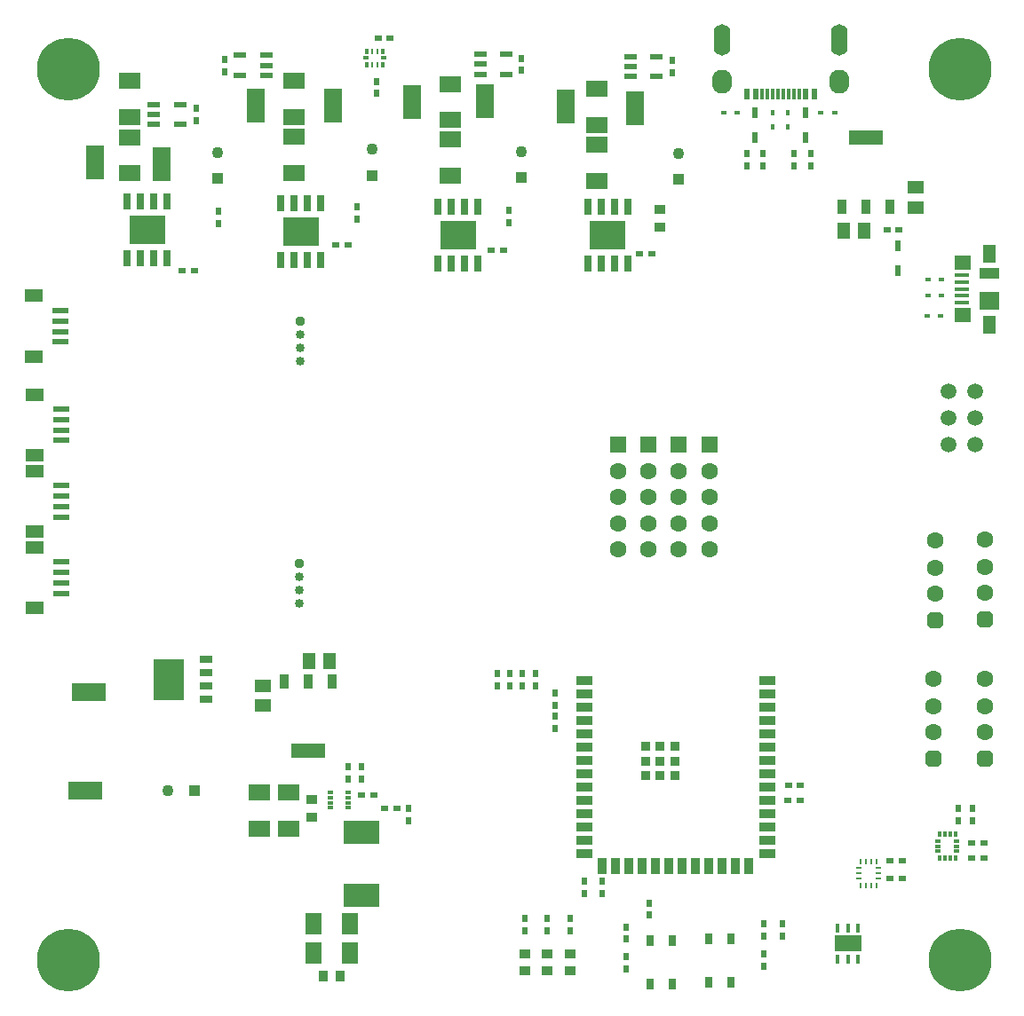
<source format=gbr>
%TF.GenerationSoftware,Altium Limited,Altium Designer,21.7.2 (23)*%
G04 Layer_Color=255*
%FSLAX24Y24*%
%MOIN*%
%TF.SameCoordinates,DA776ED6-ADCF-4D54-B547-66972558000F*%
%TF.FilePolarity,Positive*%
%TF.FileFunction,Pads,Top*%
%TF.Part,Single*%
G01*
G75*
%TA.AperFunction,SMDPad,CuDef*%
%ADD10R,0.0236X0.0250*%
%ADD11R,0.0472X0.0236*%
%ADD12R,0.0787X0.0600*%
%TA.AperFunction,BGAPad,CuDef*%
%ADD13R,0.0354X0.0354*%
%TA.AperFunction,SMDPad,CuDef*%
%ADD14R,0.0591X0.0354*%
%ADD15R,0.0354X0.0591*%
%ADD16R,0.0250X0.0236*%
%ADD17R,0.0472X0.0256*%
%ADD18R,0.1181X0.1575*%
%ADD19R,0.0394X0.0380*%
%TA.AperFunction,ConnectorPad*%
%ADD20R,0.0630X0.0236*%
%ADD21R,0.0709X0.0472*%
%TA.AperFunction,SMDPad,CuDef*%
%ADD22R,0.0118X0.0226*%
%ADD23R,0.0098X0.0226*%
%ADD24R,0.0248X0.0138*%
%ADD25R,0.0709X0.1260*%
%ADD26R,0.1339X0.1067*%
%ADD27R,0.0256X0.0600*%
%ADD28R,0.0118X0.0433*%
%ADD29R,0.0236X0.0433*%
%ADD30R,0.0177X0.0335*%
%ADD31R,0.0984X0.0630*%
%ADD32R,0.0098X0.0187*%
%ADD33R,0.0187X0.0098*%
%ADD34R,0.0236X0.0118*%
%ADD35R,0.0118X0.0236*%
%ADD36R,0.0600X0.0787*%
%ADD37R,0.0187X0.0118*%
%ADD38R,0.1378X0.0906*%
%ADD39R,0.1260X0.0709*%
%ADD40R,0.0374X0.0571*%
%ADD41R,0.1280X0.0571*%
%ADD42R,0.0591X0.0450*%
%ADD43R,0.0189X0.0157*%
%ADD44R,0.0197X0.0423*%
%ADD45R,0.0543X0.0177*%
%ADD46R,0.0610X0.0561*%
%ADD47R,0.0512X0.0650*%
%ADD48R,0.0748X0.0709*%
%ADD49R,0.0748X0.0394*%
%ADD50R,0.0256X0.0413*%
%TA.AperFunction,ConnectorPad*%
%ADD51R,0.0256X0.0413*%
%TA.AperFunction,SMDPad,CuDef*%
%ADD52R,0.0157X0.0189*%
%ADD53R,0.0450X0.0591*%
%ADD54R,0.0380X0.0394*%
%TA.AperFunction,ComponentPad*%
%ADD59C,0.0591*%
%ADD60C,0.0630*%
%ADD61R,0.0630X0.0630*%
%ADD62C,0.0433*%
%ADD63R,0.0433X0.0433*%
%ADD64O,0.0630X0.1181*%
%ADD65O,0.0748X0.0898*%
G04:AMPARAMS|DCode=66|XSize=33.5mil|YSize=33.5mil|CornerRadius=0mil|HoleSize=0mil|Usage=FLASHONLY|Rotation=270.000|XOffset=0mil|YOffset=0mil|HoleType=Round|Shape=Octagon|*
%AMOCTAGOND66*
4,1,8,-0.0084,-0.0167,0.0084,-0.0167,0.0167,-0.0084,0.0167,0.0084,0.0084,0.0167,-0.0084,0.0167,-0.0167,0.0084,-0.0167,-0.0084,-0.0084,-0.0167,0.0*
%
%ADD66OCTAGOND66*%

%ADD67C,0.0335*%
G04:AMPARAMS|DCode=68|XSize=63mil|YSize=63mil|CornerRadius=0mil|HoleSize=0mil|Usage=FLASHONLY|Rotation=90.000|XOffset=0mil|YOffset=0mil|HoleType=Round|Shape=Octagon|*
%AMOCTAGOND68*
4,1,8,0.0157,0.0315,-0.0157,0.0315,-0.0315,0.0157,-0.0315,-0.0157,-0.0157,-0.0315,0.0157,-0.0315,0.0315,-0.0157,0.0315,0.0157,0.0157,0.0315,0.0*
%
%ADD68OCTAGOND68*%

%TA.AperFunction,ViaPad*%
%ADD69C,0.2362*%
%TA.AperFunction,ComponentPad*%
%ADD70R,0.0433X0.0433*%
D10*
X24646Y35321D02*
D03*
Y35781D02*
D03*
X18976Y35400D02*
D03*
Y35860D02*
D03*
X7835Y35821D02*
D03*
Y35361D02*
D03*
X28780Y3340D02*
D03*
Y2880D02*
D03*
X19094Y3537D02*
D03*
Y3077D02*
D03*
X19921Y3537D02*
D03*
Y3077D02*
D03*
X20787Y3531D02*
D03*
Y3071D02*
D03*
X13543Y34534D02*
D03*
Y34994D02*
D03*
X7598Y30112D02*
D03*
Y29652D02*
D03*
X12815Y30269D02*
D03*
Y29809D02*
D03*
X18484Y30151D02*
D03*
Y29691D02*
D03*
X6772Y33510D02*
D03*
Y33970D02*
D03*
X23775Y4126D02*
D03*
Y3666D02*
D03*
X28071Y2199D02*
D03*
Y1739D02*
D03*
Y2880D02*
D03*
Y3340D02*
D03*
X22908Y2767D02*
D03*
Y3227D02*
D03*
Y2118D02*
D03*
Y1658D02*
D03*
X27441Y32277D02*
D03*
Y31817D02*
D03*
X29843Y32277D02*
D03*
Y31817D02*
D03*
X20236Y11542D02*
D03*
Y12002D02*
D03*
Y11136D02*
D03*
Y10676D02*
D03*
X19488Y12290D02*
D03*
Y12750D02*
D03*
X19016Y12290D02*
D03*
Y12750D02*
D03*
X18543D02*
D03*
Y12290D02*
D03*
X18071D02*
D03*
Y12750D02*
D03*
X28031Y31817D02*
D03*
Y32277D02*
D03*
X29213Y31817D02*
D03*
Y32277D02*
D03*
X21339Y4494D02*
D03*
Y4954D02*
D03*
X22008D02*
D03*
Y4494D02*
D03*
X35354Y7671D02*
D03*
Y7211D02*
D03*
X35906Y7671D02*
D03*
Y7211D02*
D03*
X14724Y7211D02*
D03*
Y7671D02*
D03*
X12953Y8792D02*
D03*
Y9252D02*
D03*
X12480Y8792D02*
D03*
Y9252D02*
D03*
D11*
X24035Y35925D02*
D03*
Y35177D02*
D03*
X23051D02*
D03*
Y35551D02*
D03*
Y35925D02*
D03*
X18406Y36004D02*
D03*
Y35256D02*
D03*
X17421D02*
D03*
Y35630D02*
D03*
Y36004D02*
D03*
X8406Y35217D02*
D03*
Y35965D02*
D03*
X9390D02*
D03*
Y35591D02*
D03*
Y35217D02*
D03*
X6161Y34114D02*
D03*
Y33366D02*
D03*
X5177D02*
D03*
Y33740D02*
D03*
Y34114D02*
D03*
D12*
X21811Y32620D02*
D03*
Y31260D02*
D03*
X16299Y32806D02*
D03*
Y31446D02*
D03*
X10433Y32913D02*
D03*
Y31553D02*
D03*
X4252Y32895D02*
D03*
Y31535D02*
D03*
X10433Y33651D02*
D03*
Y35011D02*
D03*
X16299Y33533D02*
D03*
Y34893D02*
D03*
X4252Y33651D02*
D03*
Y35011D02*
D03*
X21811Y33346D02*
D03*
Y34706D02*
D03*
X9134Y6918D02*
D03*
Y8278D02*
D03*
X10236Y6918D02*
D03*
Y8278D02*
D03*
D13*
X24173Y10000D02*
D03*
X24724D02*
D03*
Y9449D02*
D03*
Y8898D02*
D03*
X24173D02*
D03*
X23622D02*
D03*
Y9449D02*
D03*
Y10000D02*
D03*
X24173Y9449D02*
D03*
D14*
X28209Y12488D02*
D03*
Y11988D02*
D03*
Y11488D02*
D03*
Y10988D02*
D03*
Y10488D02*
D03*
Y9988D02*
D03*
Y9488D02*
D03*
Y8988D02*
D03*
Y8488D02*
D03*
Y7988D02*
D03*
Y7488D02*
D03*
Y6988D02*
D03*
Y6488D02*
D03*
Y5988D02*
D03*
X21319D02*
D03*
Y6488D02*
D03*
Y6988D02*
D03*
Y7488D02*
D03*
Y7988D02*
D03*
Y8488D02*
D03*
Y8988D02*
D03*
Y9488D02*
D03*
Y9988D02*
D03*
Y10488D02*
D03*
Y10988D02*
D03*
Y11488D02*
D03*
Y11988D02*
D03*
Y12488D02*
D03*
D15*
X27514Y5496D02*
D03*
X27014D02*
D03*
X26514D02*
D03*
X26014D02*
D03*
X25514D02*
D03*
X25014D02*
D03*
X24514D02*
D03*
X24014D02*
D03*
X23514D02*
D03*
X23014D02*
D03*
X22514D02*
D03*
X22014D02*
D03*
D16*
X32801Y5709D02*
D03*
X33261D02*
D03*
Y5039D02*
D03*
X32801D02*
D03*
X29443Y8543D02*
D03*
X28983D02*
D03*
X29436Y7992D02*
D03*
X28976D02*
D03*
X14049Y36614D02*
D03*
X13589D02*
D03*
X6233Y27874D02*
D03*
X6693D02*
D03*
X11994Y28858D02*
D03*
X12454D02*
D03*
X17827Y28661D02*
D03*
X18287D02*
D03*
X23412Y28504D02*
D03*
X23872D02*
D03*
X33143Y29409D02*
D03*
X32683D02*
D03*
X36326Y6378D02*
D03*
X35866D02*
D03*
X36326Y5827D02*
D03*
X35866D02*
D03*
X13419Y8189D02*
D03*
X12959D02*
D03*
X13825Y7677D02*
D03*
X14285D02*
D03*
D17*
X7130Y11770D02*
D03*
Y12270D02*
D03*
Y12770D02*
D03*
Y13270D02*
D03*
D18*
X5748Y12520D02*
D03*
D19*
X20787Y1570D02*
D03*
Y2210D02*
D03*
X24154Y30163D02*
D03*
Y29523D02*
D03*
X19921Y1570D02*
D03*
Y2210D02*
D03*
X19094D02*
D03*
Y1570D02*
D03*
X11102Y7357D02*
D03*
Y7997D02*
D03*
D20*
X1654Y25984D02*
D03*
Y25197D02*
D03*
Y25591D02*
D03*
Y26378D02*
D03*
X1693Y22283D02*
D03*
Y21496D02*
D03*
Y21890D02*
D03*
Y22677D02*
D03*
Y19409D02*
D03*
Y18622D02*
D03*
Y19016D02*
D03*
Y19803D02*
D03*
Y16535D02*
D03*
Y15748D02*
D03*
Y16142D02*
D03*
Y16929D02*
D03*
D21*
X669Y26929D02*
D03*
Y24646D02*
D03*
X709Y23228D02*
D03*
Y20945D02*
D03*
Y20354D02*
D03*
Y18071D02*
D03*
Y17480D02*
D03*
Y15197D02*
D03*
D22*
X13760Y36117D02*
D03*
X13169D02*
D03*
Y35615D02*
D03*
X13760D02*
D03*
D23*
X13563Y36117D02*
D03*
X13366D02*
D03*
Y35615D02*
D03*
X13563D02*
D03*
D24*
X13126Y35866D02*
D03*
X13803D02*
D03*
D25*
X14882Y34213D02*
D03*
X11890Y34094D02*
D03*
X9016D02*
D03*
X2953Y31929D02*
D03*
X17598Y34252D02*
D03*
X5472Y31890D02*
D03*
X20630Y34055D02*
D03*
X23228Y33976D02*
D03*
D26*
X16594Y29213D02*
D03*
X4921Y29409D02*
D03*
X10689Y29331D02*
D03*
X22209Y29215D02*
D03*
D27*
X15844Y30280D02*
D03*
X16344D02*
D03*
X16844D02*
D03*
X17344D02*
D03*
Y28145D02*
D03*
X16844D02*
D03*
X16344D02*
D03*
X15844D02*
D03*
X4171Y30477D02*
D03*
X4671D02*
D03*
X5171D02*
D03*
X5671D02*
D03*
Y28342D02*
D03*
X5171D02*
D03*
X4671D02*
D03*
X4171D02*
D03*
X9939Y30398D02*
D03*
X10439D02*
D03*
X10939D02*
D03*
X11439D02*
D03*
Y28263D02*
D03*
X10939D02*
D03*
X10439D02*
D03*
X9939D02*
D03*
X21459Y30283D02*
D03*
X21959D02*
D03*
X22459D02*
D03*
X22959D02*
D03*
Y28147D02*
D03*
X22459D02*
D03*
X21959D02*
D03*
X21459D02*
D03*
D28*
X29390Y34528D02*
D03*
X28996D02*
D03*
X28406D02*
D03*
X28012D02*
D03*
X28209D02*
D03*
X28602D02*
D03*
X28799D02*
D03*
X29193D02*
D03*
D29*
X27441D02*
D03*
X27756D02*
D03*
X29646D02*
D03*
X29961D02*
D03*
D30*
X30827Y2028D02*
D03*
X31220D02*
D03*
X31614D02*
D03*
Y3169D02*
D03*
X31220D02*
D03*
X30827D02*
D03*
D31*
X31220Y2598D02*
D03*
D32*
X31713Y4778D02*
D03*
X31909D02*
D03*
X32106D02*
D03*
X32303D02*
D03*
Y5694D02*
D03*
X32106D02*
D03*
X31909D02*
D03*
X31713D02*
D03*
D33*
X32367Y5039D02*
D03*
Y5236D02*
D03*
Y5433D02*
D03*
X31648D02*
D03*
Y5236D02*
D03*
Y5039D02*
D03*
D34*
X34606Y6063D02*
D03*
Y6260D02*
D03*
Y6457D02*
D03*
X35315D02*
D03*
Y6260D02*
D03*
Y6063D02*
D03*
D35*
X34665Y6713D02*
D03*
X34862D02*
D03*
X35059D02*
D03*
X35256D02*
D03*
Y5807D02*
D03*
X35059D02*
D03*
X34862D02*
D03*
X34665D02*
D03*
D36*
X12530Y2244D02*
D03*
X11170D02*
D03*
Y3346D02*
D03*
X12530D02*
D03*
D37*
X12456Y8287D02*
D03*
Y8091D02*
D03*
Y7894D02*
D03*
Y7697D02*
D03*
X11796D02*
D03*
Y7894D02*
D03*
Y8091D02*
D03*
Y8287D02*
D03*
D38*
X12953Y6772D02*
D03*
Y4409D02*
D03*
D39*
X2598Y8346D02*
D03*
X2733Y12058D02*
D03*
D40*
X30988Y30276D02*
D03*
X31890D02*
D03*
X32791D02*
D03*
X11882Y12441D02*
D03*
X10980D02*
D03*
X10079D02*
D03*
D41*
X31890Y32874D02*
D03*
X10980Y9843D02*
D03*
D42*
X9252Y11535D02*
D03*
Y12295D02*
D03*
X33780Y30250D02*
D03*
Y31010D02*
D03*
D43*
X34189Y26181D02*
D03*
X34709D02*
D03*
X27071Y33819D02*
D03*
X26551D02*
D03*
X30213D02*
D03*
X30732D02*
D03*
X34748Y26929D02*
D03*
X34228D02*
D03*
X34748Y27559D02*
D03*
X34228D02*
D03*
D44*
X27717Y32889D02*
D03*
Y33804D02*
D03*
X33110Y27889D02*
D03*
Y28804D02*
D03*
X29646Y32889D02*
D03*
Y33804D02*
D03*
D45*
X35488Y26673D02*
D03*
Y26929D02*
D03*
Y27185D02*
D03*
Y27441D02*
D03*
Y27697D02*
D03*
D46*
X35522Y26206D02*
D03*
Y28164D02*
D03*
D47*
X36535Y25856D02*
D03*
Y28514D02*
D03*
D48*
Y26732D02*
D03*
D49*
Y27795D02*
D03*
D50*
X24631Y2705D02*
D03*
Y1072D02*
D03*
X23784Y2705D02*
D03*
Y1072D02*
D03*
D51*
X25994Y1152D02*
D03*
Y2785D02*
D03*
X26841Y1152D02*
D03*
Y2785D02*
D03*
D52*
X28976Y33803D02*
D03*
Y33283D02*
D03*
X28386Y33803D02*
D03*
Y33283D02*
D03*
D53*
X10998Y13228D02*
D03*
X11758D02*
D03*
X31837Y29370D02*
D03*
X31077D02*
D03*
D54*
X11530Y1378D02*
D03*
X12170D02*
D03*
D59*
X34984Y23362D02*
D03*
X35984D02*
D03*
X34984Y22362D02*
D03*
X35984D02*
D03*
X34984Y21362D02*
D03*
X35984D02*
D03*
D60*
X22598Y19386D02*
D03*
Y17402D02*
D03*
Y18386D02*
D03*
Y20354D02*
D03*
X23740Y19386D02*
D03*
Y17402D02*
D03*
Y18386D02*
D03*
Y20354D02*
D03*
X24882Y19386D02*
D03*
Y17402D02*
D03*
Y18386D02*
D03*
Y20354D02*
D03*
X26024Y19386D02*
D03*
Y17402D02*
D03*
Y18386D02*
D03*
Y20354D02*
D03*
X36378Y16732D02*
D03*
Y15764D02*
D03*
Y17764D02*
D03*
X34488Y16728D02*
D03*
Y15760D02*
D03*
Y17760D02*
D03*
X36378Y11520D02*
D03*
Y10551D02*
D03*
Y12551D02*
D03*
X34449Y11520D02*
D03*
Y10551D02*
D03*
Y12551D02*
D03*
D61*
X22598Y21354D02*
D03*
X23740D02*
D03*
X24882D02*
D03*
X26024D02*
D03*
D62*
X13366Y32441D02*
D03*
X18957Y32362D02*
D03*
X7559Y32323D02*
D03*
X24862Y32283D02*
D03*
X5709Y8346D02*
D03*
D63*
X13366Y31457D02*
D03*
X18957Y31378D02*
D03*
X7559Y31339D02*
D03*
X24862Y31299D02*
D03*
D64*
X26488Y36555D02*
D03*
X30913D02*
D03*
D65*
X26488Y34980D02*
D03*
X30913D02*
D03*
D66*
X10669Y25988D02*
D03*
X10630Y16892D02*
D03*
D67*
X10669Y25488D02*
D03*
Y24988D02*
D03*
Y24488D02*
D03*
X10630Y16392D02*
D03*
Y15892D02*
D03*
Y15392D02*
D03*
D68*
X36378Y14764D02*
D03*
X34488Y14760D02*
D03*
X36378Y9551D02*
D03*
X34449D02*
D03*
D69*
X35433Y1969D02*
D03*
X1969D02*
D03*
Y35433D02*
D03*
X35433D02*
D03*
D70*
X6693Y8346D02*
D03*
%TF.MD5,eeabc825466ceb6818307affe38e3e80*%
M02*

</source>
